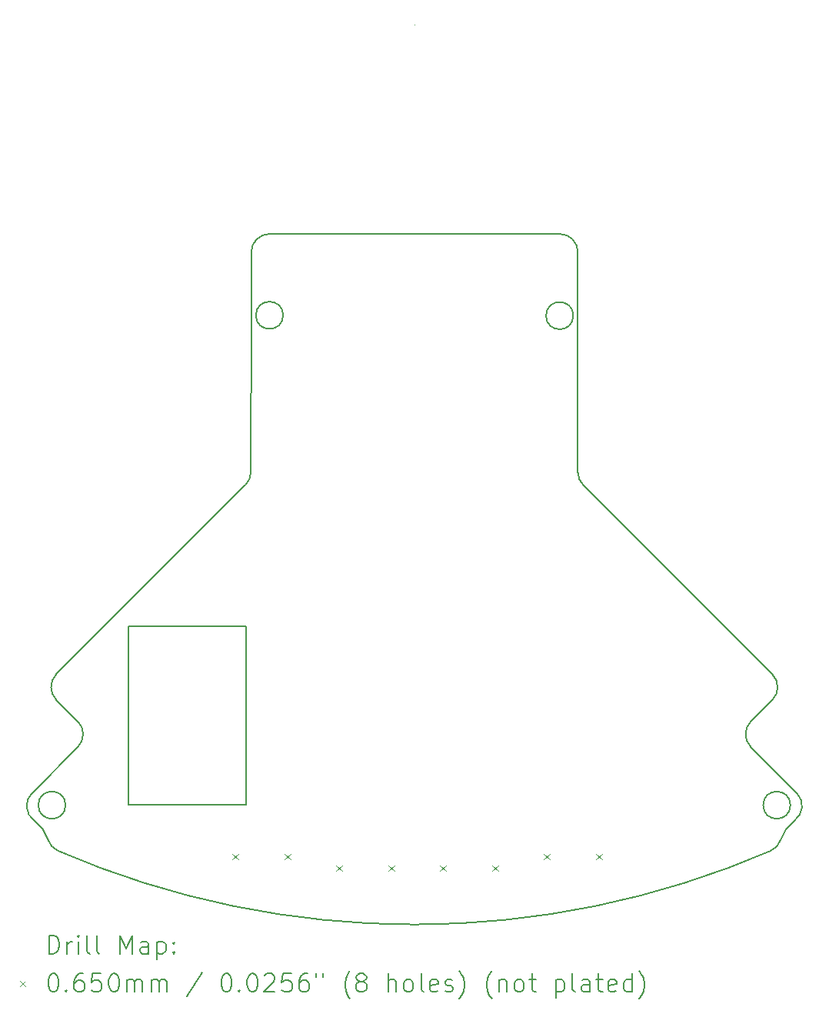
<source format=gbr>
%FSLAX45Y45*%
G04 Gerber Fmt 4.5, Leading zero omitted, Abs format (unit mm)*
G04 Created by KiCad (PCBNEW (6.0.5)) date 2022-11-15 22:49:01*
%MOMM*%
%LPD*%
G01*
G04 APERTURE LIST*
%TA.AperFunction,Profile*%
%ADD10C,0.200000*%
%TD*%
%TA.AperFunction,Profile*%
%ADD11C,0.100050*%
%TD*%
%ADD12C,0.200000*%
%ADD13C,0.065000*%
G04 APERTURE END LIST*
D10*
X11501680Y-13265660D02*
X10996756Y-13770585D01*
X11172749Y-14283015D02*
G75*
G03*
X11022304Y-14075020I-382189J-118035D01*
G01*
X19391536Y-14075020D02*
G75*
G03*
X19241093Y-14283015I231764J-326040D01*
G01*
X15215322Y-7617792D02*
X13612255Y-7617792D01*
X13356920Y-13217780D02*
X13356920Y-13897780D01*
X13412255Y-7817792D02*
X13412255Y-8512747D01*
X17006918Y-7817792D02*
G75*
G03*
X16806920Y-7617792I-199998J2D01*
G01*
X11172746Y-14283015D02*
G75*
G03*
X11284602Y-14407633I191094J59016D01*
G01*
X11265854Y-12464149D02*
G75*
G03*
X11265856Y-12746993I141426J-141421D01*
G01*
X19148117Y-12464018D02*
X17065499Y-10381400D01*
X13762255Y-8513307D02*
G75*
G03*
X13762255Y-8513307I-150000J0D01*
G01*
X16806920Y-7617792D02*
X15215322Y-7617792D01*
X19148117Y-12746861D02*
G75*
G03*
X19148117Y-12464018I-141427J141421D01*
G01*
X13348839Y-10381167D02*
X11265856Y-12464150D01*
X11366830Y-13904064D02*
G75*
G03*
X11366830Y-13904064I-150000J0D01*
G01*
D11*
X15211922Y-5317780D02*
G75*
G03*
X15211922Y-5317780I-5003J0D01*
G01*
D10*
X10996760Y-13770589D02*
G75*
G03*
X11022304Y-14075020I141420J-141421D01*
G01*
X18912161Y-12982819D02*
G75*
G03*
X18912160Y-13265660I141419J-141421D01*
G01*
X11265856Y-12746993D02*
X11501680Y-12982817D01*
X17006920Y-10239979D02*
X17006920Y-8517788D01*
X12056920Y-11937780D02*
X13356920Y-11937780D01*
X13356920Y-11937780D02*
X13356920Y-13217780D01*
X12056920Y-13897780D02*
X12056920Y-11937780D01*
X13612255Y-7617785D02*
G75*
G03*
X13412255Y-7817792I5J-200005D01*
G01*
X11501682Y-13265661D02*
G75*
G03*
X11501680Y-12982817I-141422J141421D01*
G01*
X13412255Y-8512747D02*
X13407417Y-10240306D01*
X11284602Y-14407633D02*
G75*
G03*
X19129238Y-14407633I3922318J9089854D01*
G01*
X19347010Y-13904064D02*
G75*
G03*
X19347010Y-13904064I-150000J0D01*
G01*
X19391540Y-14075025D02*
G75*
G03*
X19417085Y-13770585I-115880J163015D01*
G01*
X16956920Y-8517788D02*
G75*
G03*
X16956920Y-8517788I-150000J0D01*
G01*
X18912160Y-12982817D02*
X19148117Y-12746860D01*
X19417085Y-13770585D02*
X18912160Y-13265660D01*
X13348841Y-10381169D02*
G75*
G03*
X13407417Y-10240306I-141421J141419D01*
G01*
X17006924Y-10239979D02*
G75*
G03*
X17065499Y-10381400I200006J-2D01*
G01*
X13356920Y-13897780D02*
X12056920Y-13897780D01*
X17006920Y-8517788D02*
X17006920Y-7817792D01*
X19129238Y-14407633D02*
G75*
G03*
X19241093Y-14283015I-79238J183633D01*
G01*
D12*
D13*
X13204000Y-14439000D02*
X13269000Y-14504000D01*
X13269000Y-14439000D02*
X13204000Y-14504000D01*
X13782000Y-14439000D02*
X13847000Y-14504000D01*
X13847000Y-14439000D02*
X13782000Y-14504000D01*
X14347000Y-14566000D02*
X14412000Y-14631000D01*
X14412000Y-14566000D02*
X14347000Y-14631000D01*
X14925000Y-14566000D02*
X14990000Y-14631000D01*
X14990000Y-14566000D02*
X14925000Y-14631000D01*
X15490000Y-14566000D02*
X15555000Y-14631000D01*
X15555000Y-14566000D02*
X15490000Y-14631000D01*
X16068000Y-14566000D02*
X16133000Y-14631000D01*
X16133000Y-14566000D02*
X16068000Y-14631000D01*
X16633000Y-14439000D02*
X16698000Y-14504000D01*
X16698000Y-14439000D02*
X16633000Y-14504000D01*
X17211000Y-14439000D02*
X17276000Y-14504000D01*
X17276000Y-14439000D02*
X17211000Y-14504000D01*
D12*
X11185800Y-15538256D02*
X11185800Y-15338256D01*
X11233419Y-15338256D01*
X11261990Y-15347780D01*
X11281038Y-15366828D01*
X11290562Y-15385875D01*
X11300086Y-15423970D01*
X11300086Y-15452542D01*
X11290562Y-15490637D01*
X11281038Y-15509685D01*
X11261990Y-15528732D01*
X11233419Y-15538256D01*
X11185800Y-15538256D01*
X11385800Y-15538256D02*
X11385800Y-15404923D01*
X11385800Y-15443018D02*
X11395324Y-15423970D01*
X11404848Y-15414447D01*
X11423895Y-15404923D01*
X11442943Y-15404923D01*
X11509609Y-15538256D02*
X11509609Y-15404923D01*
X11509609Y-15338256D02*
X11500086Y-15347780D01*
X11509609Y-15357304D01*
X11519133Y-15347780D01*
X11509609Y-15338256D01*
X11509609Y-15357304D01*
X11633419Y-15538256D02*
X11614371Y-15528732D01*
X11604848Y-15509685D01*
X11604848Y-15338256D01*
X11738181Y-15538256D02*
X11719133Y-15528732D01*
X11709609Y-15509685D01*
X11709609Y-15338256D01*
X11966752Y-15538256D02*
X11966752Y-15338256D01*
X12033419Y-15481113D01*
X12100086Y-15338256D01*
X12100086Y-15538256D01*
X12281038Y-15538256D02*
X12281038Y-15433494D01*
X12271514Y-15414447D01*
X12252467Y-15404923D01*
X12214371Y-15404923D01*
X12195324Y-15414447D01*
X12281038Y-15528732D02*
X12261990Y-15538256D01*
X12214371Y-15538256D01*
X12195324Y-15528732D01*
X12185800Y-15509685D01*
X12185800Y-15490637D01*
X12195324Y-15471589D01*
X12214371Y-15462066D01*
X12261990Y-15462066D01*
X12281038Y-15452542D01*
X12376276Y-15404923D02*
X12376276Y-15604923D01*
X12376276Y-15414447D02*
X12395324Y-15404923D01*
X12433419Y-15404923D01*
X12452467Y-15414447D01*
X12461990Y-15423970D01*
X12471514Y-15443018D01*
X12471514Y-15500161D01*
X12461990Y-15519208D01*
X12452467Y-15528732D01*
X12433419Y-15538256D01*
X12395324Y-15538256D01*
X12376276Y-15528732D01*
X12557229Y-15519208D02*
X12566752Y-15528732D01*
X12557229Y-15538256D01*
X12547705Y-15528732D01*
X12557229Y-15519208D01*
X12557229Y-15538256D01*
X12557229Y-15414447D02*
X12566752Y-15423970D01*
X12557229Y-15433494D01*
X12547705Y-15423970D01*
X12557229Y-15414447D01*
X12557229Y-15433494D01*
D13*
X10863181Y-15835280D02*
X10928181Y-15900280D01*
X10928181Y-15835280D02*
X10863181Y-15900280D01*
D12*
X11223895Y-15758256D02*
X11242943Y-15758256D01*
X11261990Y-15767780D01*
X11271514Y-15777304D01*
X11281038Y-15796351D01*
X11290562Y-15834447D01*
X11290562Y-15882066D01*
X11281038Y-15920161D01*
X11271514Y-15939208D01*
X11261990Y-15948732D01*
X11242943Y-15958256D01*
X11223895Y-15958256D01*
X11204848Y-15948732D01*
X11195324Y-15939208D01*
X11185800Y-15920161D01*
X11176276Y-15882066D01*
X11176276Y-15834447D01*
X11185800Y-15796351D01*
X11195324Y-15777304D01*
X11204848Y-15767780D01*
X11223895Y-15758256D01*
X11376276Y-15939208D02*
X11385800Y-15948732D01*
X11376276Y-15958256D01*
X11366752Y-15948732D01*
X11376276Y-15939208D01*
X11376276Y-15958256D01*
X11557229Y-15758256D02*
X11519133Y-15758256D01*
X11500086Y-15767780D01*
X11490562Y-15777304D01*
X11471514Y-15805875D01*
X11461990Y-15843970D01*
X11461990Y-15920161D01*
X11471514Y-15939208D01*
X11481038Y-15948732D01*
X11500086Y-15958256D01*
X11538181Y-15958256D01*
X11557229Y-15948732D01*
X11566752Y-15939208D01*
X11576276Y-15920161D01*
X11576276Y-15872542D01*
X11566752Y-15853494D01*
X11557229Y-15843970D01*
X11538181Y-15834447D01*
X11500086Y-15834447D01*
X11481038Y-15843970D01*
X11471514Y-15853494D01*
X11461990Y-15872542D01*
X11757229Y-15758256D02*
X11661990Y-15758256D01*
X11652467Y-15853494D01*
X11661990Y-15843970D01*
X11681038Y-15834447D01*
X11728657Y-15834447D01*
X11747705Y-15843970D01*
X11757229Y-15853494D01*
X11766752Y-15872542D01*
X11766752Y-15920161D01*
X11757229Y-15939208D01*
X11747705Y-15948732D01*
X11728657Y-15958256D01*
X11681038Y-15958256D01*
X11661990Y-15948732D01*
X11652467Y-15939208D01*
X11890562Y-15758256D02*
X11909609Y-15758256D01*
X11928657Y-15767780D01*
X11938181Y-15777304D01*
X11947705Y-15796351D01*
X11957229Y-15834447D01*
X11957229Y-15882066D01*
X11947705Y-15920161D01*
X11938181Y-15939208D01*
X11928657Y-15948732D01*
X11909609Y-15958256D01*
X11890562Y-15958256D01*
X11871514Y-15948732D01*
X11861990Y-15939208D01*
X11852467Y-15920161D01*
X11842943Y-15882066D01*
X11842943Y-15834447D01*
X11852467Y-15796351D01*
X11861990Y-15777304D01*
X11871514Y-15767780D01*
X11890562Y-15758256D01*
X12042943Y-15958256D02*
X12042943Y-15824923D01*
X12042943Y-15843970D02*
X12052467Y-15834447D01*
X12071514Y-15824923D01*
X12100086Y-15824923D01*
X12119133Y-15834447D01*
X12128657Y-15853494D01*
X12128657Y-15958256D01*
X12128657Y-15853494D02*
X12138181Y-15834447D01*
X12157229Y-15824923D01*
X12185800Y-15824923D01*
X12204848Y-15834447D01*
X12214371Y-15853494D01*
X12214371Y-15958256D01*
X12309609Y-15958256D02*
X12309609Y-15824923D01*
X12309609Y-15843970D02*
X12319133Y-15834447D01*
X12338181Y-15824923D01*
X12366752Y-15824923D01*
X12385800Y-15834447D01*
X12395324Y-15853494D01*
X12395324Y-15958256D01*
X12395324Y-15853494D02*
X12404848Y-15834447D01*
X12423895Y-15824923D01*
X12452467Y-15824923D01*
X12471514Y-15834447D01*
X12481038Y-15853494D01*
X12481038Y-15958256D01*
X12871514Y-15748732D02*
X12700086Y-16005875D01*
X13128657Y-15758256D02*
X13147705Y-15758256D01*
X13166752Y-15767780D01*
X13176276Y-15777304D01*
X13185800Y-15796351D01*
X13195324Y-15834447D01*
X13195324Y-15882066D01*
X13185800Y-15920161D01*
X13176276Y-15939208D01*
X13166752Y-15948732D01*
X13147705Y-15958256D01*
X13128657Y-15958256D01*
X13109609Y-15948732D01*
X13100086Y-15939208D01*
X13090562Y-15920161D01*
X13081038Y-15882066D01*
X13081038Y-15834447D01*
X13090562Y-15796351D01*
X13100086Y-15777304D01*
X13109609Y-15767780D01*
X13128657Y-15758256D01*
X13281038Y-15939208D02*
X13290562Y-15948732D01*
X13281038Y-15958256D01*
X13271514Y-15948732D01*
X13281038Y-15939208D01*
X13281038Y-15958256D01*
X13414371Y-15758256D02*
X13433419Y-15758256D01*
X13452467Y-15767780D01*
X13461990Y-15777304D01*
X13471514Y-15796351D01*
X13481038Y-15834447D01*
X13481038Y-15882066D01*
X13471514Y-15920161D01*
X13461990Y-15939208D01*
X13452467Y-15948732D01*
X13433419Y-15958256D01*
X13414371Y-15958256D01*
X13395324Y-15948732D01*
X13385800Y-15939208D01*
X13376276Y-15920161D01*
X13366752Y-15882066D01*
X13366752Y-15834447D01*
X13376276Y-15796351D01*
X13385800Y-15777304D01*
X13395324Y-15767780D01*
X13414371Y-15758256D01*
X13557229Y-15777304D02*
X13566752Y-15767780D01*
X13585800Y-15758256D01*
X13633419Y-15758256D01*
X13652467Y-15767780D01*
X13661990Y-15777304D01*
X13671514Y-15796351D01*
X13671514Y-15815399D01*
X13661990Y-15843970D01*
X13547705Y-15958256D01*
X13671514Y-15958256D01*
X13852467Y-15758256D02*
X13757229Y-15758256D01*
X13747705Y-15853494D01*
X13757229Y-15843970D01*
X13776276Y-15834447D01*
X13823895Y-15834447D01*
X13842943Y-15843970D01*
X13852467Y-15853494D01*
X13861990Y-15872542D01*
X13861990Y-15920161D01*
X13852467Y-15939208D01*
X13842943Y-15948732D01*
X13823895Y-15958256D01*
X13776276Y-15958256D01*
X13757229Y-15948732D01*
X13747705Y-15939208D01*
X14033419Y-15758256D02*
X13995324Y-15758256D01*
X13976276Y-15767780D01*
X13966752Y-15777304D01*
X13947705Y-15805875D01*
X13938181Y-15843970D01*
X13938181Y-15920161D01*
X13947705Y-15939208D01*
X13957229Y-15948732D01*
X13976276Y-15958256D01*
X14014371Y-15958256D01*
X14033419Y-15948732D01*
X14042943Y-15939208D01*
X14052467Y-15920161D01*
X14052467Y-15872542D01*
X14042943Y-15853494D01*
X14033419Y-15843970D01*
X14014371Y-15834447D01*
X13976276Y-15834447D01*
X13957229Y-15843970D01*
X13947705Y-15853494D01*
X13938181Y-15872542D01*
X14128657Y-15758256D02*
X14128657Y-15796351D01*
X14204848Y-15758256D02*
X14204848Y-15796351D01*
X14500086Y-16034447D02*
X14490562Y-16024923D01*
X14471514Y-15996351D01*
X14461990Y-15977304D01*
X14452467Y-15948732D01*
X14442943Y-15901113D01*
X14442943Y-15863018D01*
X14452467Y-15815399D01*
X14461990Y-15786828D01*
X14471514Y-15767780D01*
X14490562Y-15739208D01*
X14500086Y-15729685D01*
X14604848Y-15843970D02*
X14585800Y-15834447D01*
X14576276Y-15824923D01*
X14566752Y-15805875D01*
X14566752Y-15796351D01*
X14576276Y-15777304D01*
X14585800Y-15767780D01*
X14604848Y-15758256D01*
X14642943Y-15758256D01*
X14661990Y-15767780D01*
X14671514Y-15777304D01*
X14681038Y-15796351D01*
X14681038Y-15805875D01*
X14671514Y-15824923D01*
X14661990Y-15834447D01*
X14642943Y-15843970D01*
X14604848Y-15843970D01*
X14585800Y-15853494D01*
X14576276Y-15863018D01*
X14566752Y-15882066D01*
X14566752Y-15920161D01*
X14576276Y-15939208D01*
X14585800Y-15948732D01*
X14604848Y-15958256D01*
X14642943Y-15958256D01*
X14661990Y-15948732D01*
X14671514Y-15939208D01*
X14681038Y-15920161D01*
X14681038Y-15882066D01*
X14671514Y-15863018D01*
X14661990Y-15853494D01*
X14642943Y-15843970D01*
X14919133Y-15958256D02*
X14919133Y-15758256D01*
X15004848Y-15958256D02*
X15004848Y-15853494D01*
X14995324Y-15834447D01*
X14976276Y-15824923D01*
X14947705Y-15824923D01*
X14928657Y-15834447D01*
X14919133Y-15843970D01*
X15128657Y-15958256D02*
X15109609Y-15948732D01*
X15100086Y-15939208D01*
X15090562Y-15920161D01*
X15090562Y-15863018D01*
X15100086Y-15843970D01*
X15109609Y-15834447D01*
X15128657Y-15824923D01*
X15157229Y-15824923D01*
X15176276Y-15834447D01*
X15185800Y-15843970D01*
X15195324Y-15863018D01*
X15195324Y-15920161D01*
X15185800Y-15939208D01*
X15176276Y-15948732D01*
X15157229Y-15958256D01*
X15128657Y-15958256D01*
X15309609Y-15958256D02*
X15290562Y-15948732D01*
X15281038Y-15929685D01*
X15281038Y-15758256D01*
X15461990Y-15948732D02*
X15442943Y-15958256D01*
X15404848Y-15958256D01*
X15385800Y-15948732D01*
X15376276Y-15929685D01*
X15376276Y-15853494D01*
X15385800Y-15834447D01*
X15404848Y-15824923D01*
X15442943Y-15824923D01*
X15461990Y-15834447D01*
X15471514Y-15853494D01*
X15471514Y-15872542D01*
X15376276Y-15891589D01*
X15547705Y-15948732D02*
X15566752Y-15958256D01*
X15604848Y-15958256D01*
X15623895Y-15948732D01*
X15633419Y-15929685D01*
X15633419Y-15920161D01*
X15623895Y-15901113D01*
X15604848Y-15891589D01*
X15576276Y-15891589D01*
X15557229Y-15882066D01*
X15547705Y-15863018D01*
X15547705Y-15853494D01*
X15557229Y-15834447D01*
X15576276Y-15824923D01*
X15604848Y-15824923D01*
X15623895Y-15834447D01*
X15700086Y-16034447D02*
X15709609Y-16024923D01*
X15728657Y-15996351D01*
X15738181Y-15977304D01*
X15747705Y-15948732D01*
X15757229Y-15901113D01*
X15757229Y-15863018D01*
X15747705Y-15815399D01*
X15738181Y-15786828D01*
X15728657Y-15767780D01*
X15709609Y-15739208D01*
X15700086Y-15729685D01*
X16061990Y-16034447D02*
X16052467Y-16024923D01*
X16033419Y-15996351D01*
X16023895Y-15977304D01*
X16014371Y-15948732D01*
X16004848Y-15901113D01*
X16004848Y-15863018D01*
X16014371Y-15815399D01*
X16023895Y-15786828D01*
X16033419Y-15767780D01*
X16052467Y-15739208D01*
X16061990Y-15729685D01*
X16138181Y-15824923D02*
X16138181Y-15958256D01*
X16138181Y-15843970D02*
X16147705Y-15834447D01*
X16166752Y-15824923D01*
X16195324Y-15824923D01*
X16214371Y-15834447D01*
X16223895Y-15853494D01*
X16223895Y-15958256D01*
X16347705Y-15958256D02*
X16328657Y-15948732D01*
X16319133Y-15939208D01*
X16309609Y-15920161D01*
X16309609Y-15863018D01*
X16319133Y-15843970D01*
X16328657Y-15834447D01*
X16347705Y-15824923D01*
X16376276Y-15824923D01*
X16395324Y-15834447D01*
X16404848Y-15843970D01*
X16414371Y-15863018D01*
X16414371Y-15920161D01*
X16404848Y-15939208D01*
X16395324Y-15948732D01*
X16376276Y-15958256D01*
X16347705Y-15958256D01*
X16471514Y-15824923D02*
X16547705Y-15824923D01*
X16500086Y-15758256D02*
X16500086Y-15929685D01*
X16509609Y-15948732D01*
X16528657Y-15958256D01*
X16547705Y-15958256D01*
X16766752Y-15824923D02*
X16766752Y-16024923D01*
X16766752Y-15834447D02*
X16785800Y-15824923D01*
X16823895Y-15824923D01*
X16842943Y-15834447D01*
X16852467Y-15843970D01*
X16861991Y-15863018D01*
X16861991Y-15920161D01*
X16852467Y-15939208D01*
X16842943Y-15948732D01*
X16823895Y-15958256D01*
X16785800Y-15958256D01*
X16766752Y-15948732D01*
X16976276Y-15958256D02*
X16957229Y-15948732D01*
X16947705Y-15929685D01*
X16947705Y-15758256D01*
X17138181Y-15958256D02*
X17138181Y-15853494D01*
X17128657Y-15834447D01*
X17109610Y-15824923D01*
X17071514Y-15824923D01*
X17052467Y-15834447D01*
X17138181Y-15948732D02*
X17119133Y-15958256D01*
X17071514Y-15958256D01*
X17052467Y-15948732D01*
X17042943Y-15929685D01*
X17042943Y-15910637D01*
X17052467Y-15891589D01*
X17071514Y-15882066D01*
X17119133Y-15882066D01*
X17138181Y-15872542D01*
X17204848Y-15824923D02*
X17281038Y-15824923D01*
X17233419Y-15758256D02*
X17233419Y-15929685D01*
X17242943Y-15948732D01*
X17261991Y-15958256D01*
X17281038Y-15958256D01*
X17423895Y-15948732D02*
X17404848Y-15958256D01*
X17366752Y-15958256D01*
X17347705Y-15948732D01*
X17338181Y-15929685D01*
X17338181Y-15853494D01*
X17347705Y-15834447D01*
X17366752Y-15824923D01*
X17404848Y-15824923D01*
X17423895Y-15834447D01*
X17433419Y-15853494D01*
X17433419Y-15872542D01*
X17338181Y-15891589D01*
X17604848Y-15958256D02*
X17604848Y-15758256D01*
X17604848Y-15948732D02*
X17585800Y-15958256D01*
X17547705Y-15958256D01*
X17528657Y-15948732D01*
X17519133Y-15939208D01*
X17509610Y-15920161D01*
X17509610Y-15863018D01*
X17519133Y-15843970D01*
X17528657Y-15834447D01*
X17547705Y-15824923D01*
X17585800Y-15824923D01*
X17604848Y-15834447D01*
X17681038Y-16034447D02*
X17690562Y-16024923D01*
X17709610Y-15996351D01*
X17719133Y-15977304D01*
X17728657Y-15948732D01*
X17738181Y-15901113D01*
X17738181Y-15863018D01*
X17728657Y-15815399D01*
X17719133Y-15786828D01*
X17709610Y-15767780D01*
X17690562Y-15739208D01*
X17681038Y-15729685D01*
M02*

</source>
